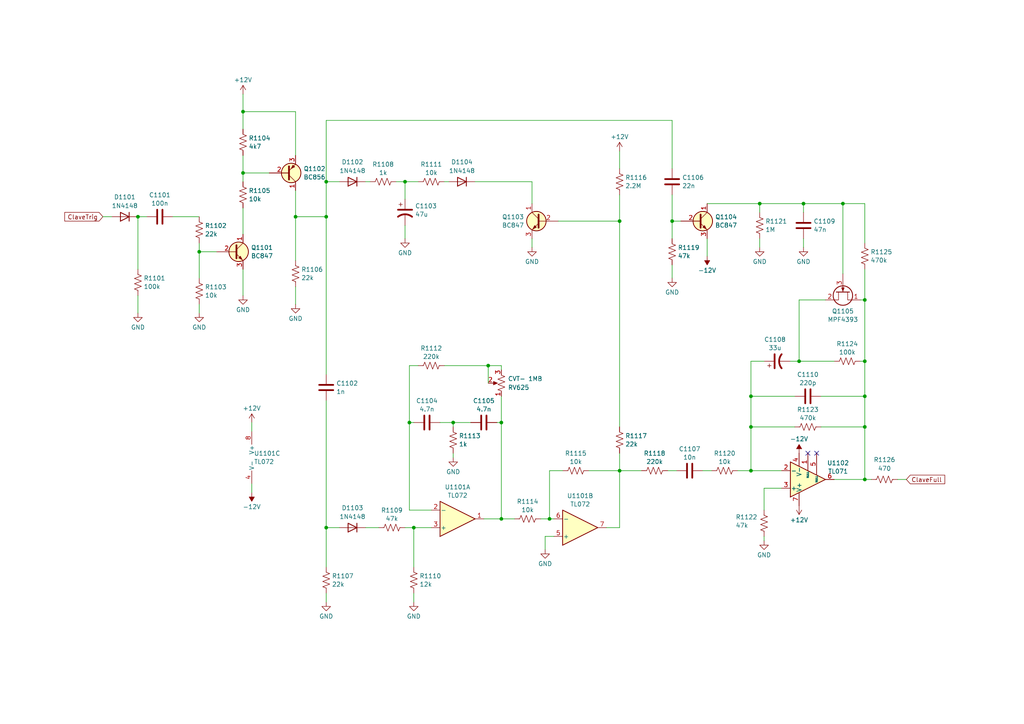
<source format=kicad_sch>
(kicad_sch (version 20230121) (generator eeschema)
  (paper "A4")
  (title_block (rev "1"))
  (lib_symbols
    (symbol "Amplifier_Operational:TL071" (pin_names (offset 0.127))
      (property "Reference" "U" (at 0 6.35 0))
      (property "Value" "TL071" (at 0 3.81 0))
      (symbol "TL071_0_1"
        (polyline (pts (xy -5.08 5.08) (xy 5.08 0) (xy -5.08 -5.08) (xy -5.08 5.08)) (stroke (width 0.254)) (fill (type background)))
      )
      (symbol "TL071_1_1"
        (pin input line (at 0 -7.62 90) (length 5.08) (name "NULL") (number "1"))
        (pin input line (at -7.62 -2.54 0) (length 2.54) (name "-") (number "2"))
        (pin input line (at -7.62 2.54 0) (length 2.54) (name "+") (number "3"))
        (pin power_in line (at -2.54 -7.62 90) (length 3.81) (name "V-") (number "4"))
        (pin input line (at 2.54 -7.62 90) (length 6.35) (name "NULL") (number "5"))
        (pin output line (at 7.62 0 180) (length 2.54) (name "~") (number "6"))
        (pin power_in line (at -2.54 7.62 270) (length 3.81) (name "V+") (number "7"))
        (pin no_connect line (at 0 2.54 270) (length 2.54) hide (name "NC") (number "8"))
      )
    )
    (symbol "Amplifier_Operational:TL072" (pin_names (offset 0.127))
      (property "Reference" "U" (at 0 5.08 0))
      (property "Value" "TL072" (at 0 -5.08 0))
      (symbol "TL072_1_1"
        (polyline (pts (xy -5.08 5.08) (xy 5.08 0) (xy -5.08 -5.08) (xy -5.08 5.08)) (stroke (width 0.254)) (fill (type background)))
        (pin output line (at 7.62 0 180) (length 2.54) (name "~") (number "1"))
        (pin input line (at -7.62 -2.54 0) (length 2.54) (name "-") (number "2"))
        (pin input line (at -7.62 2.54 0) (length 2.54) (name "+") (number "3"))
      )
      (symbol "TL072_2_1"
        (polyline (pts (xy -5.08 5.08) (xy 5.08 0) (xy -5.08 -5.08) (xy -5.08 5.08)) (stroke (width 0.254)) (fill (type background)))
        (pin input line (at -7.62 2.54 0) (length 2.54) (name "+") (number "5"))
        (pin input line (at -7.62 -2.54 0) (length 2.54) (name "-") (number "6"))
        (pin output line (at 7.62 0 180) (length 2.54) (name "~") (number "7"))
      )
      (symbol "TL072_3_1"
        (pin power_in line (at -2.54 -7.62 90) (length 3.81) (name "V-") (number "4"))
        (pin power_in line (at -2.54 7.62 270) (length 3.81) (name "V+") (number "8"))
      )
    )
    (symbol "Device:C" (pin_numbers hide) (pin_names (offset 0.254))
      (property "Reference" "C" (at 0.635 2.54 0))
      (property "Value" "C" (at 0.635 -2.54 0))
      (symbol "C_0_1"
        (polyline (pts (xy -2.032 -0.762) (xy 2.032 -0.762)) (stroke (width 0.508)))
        (polyline (pts (xy -2.032 0.762) (xy 2.032 0.762)) (stroke (width 0.508)))
      )
      (symbol "C_1_1"
        (pin passive line (at 0 3.81 270) (length 2.794) (name "~") (number "1"))
        (pin passive line (at 0 -3.81 90) (length 2.794) (name "~") (number "2"))
      )
    )
    (symbol "Device:C_Polarized_US" (pin_numbers hide) (pin_names (offset 0.254) hide)
      (property "Reference" "C" (at 0.635 2.54 0))
      (property "Value" "C_Polarized_US" (at 0.635 -2.54 0))
      (symbol "C_Polarized_US_0_1"
        (polyline (pts (xy -2.032 0.762) (xy 2.032 0.762)) (stroke (width 0.508)))
        (polyline (pts (xy -1.778 2.286) (xy -0.762 2.286)))
        (polyline (pts (xy -1.27 1.778) (xy -1.27 2.794)))
        (arc (start 2.032 -1.27) (mid 0 -0.5572) (end -2.032 -1.27) (stroke (width 0.508)))
      )
      (symbol "C_Polarized_US_1_1"
        (pin passive line (at 0 3.81 270) (length 2.794) (name "~") (number "1"))
        (pin passive line (at 0 -3.81 90) (length 3.302) (name "~") (number "2"))
      )
    )
    (symbol "Device:Q_NJFET_DSG" (pin_names (offset 0) hide)
      (property "Reference" "Q" (at 5.08 1.27 0))
      (property "Value" "Q_NJFET_DSG" (at 5.08 -1.27 0))
      (symbol "Q_NJFET_DSG_0_1"
        (polyline (pts (xy 0.254 1.905) (xy 0.254 -1.905) (xy 0.254 -1.905)) (stroke (width 0.254)))
        (polyline (pts (xy 2.54 -2.54) (xy 2.54 -1.27) (xy 0.254 -1.27)))
        (polyline (pts (xy 2.54 2.54) (xy 2.54 1.397) (xy 0.254 1.397)))
        (polyline (pts (xy 0 0) (xy -1.016 0.381) (xy -1.016 -0.381) (xy 0 0)) (fill (type outline)))
        (circle (center 1.27 0) (radius 2.8194) (stroke (width 0.254)))
      )
      (symbol "Q_NJFET_DSG_1_1"
        (pin passive line (at 2.54 5.08 270) (length 2.54) (name "D") (number "1"))
        (pin passive line (at 2.54 -5.08 90) (length 2.54) (name "S") (number "2"))
        (pin input line (at -5.08 0 0) (length 5.334) (name "G") (number "3"))
      )
    )
    (symbol "Device:R_Potentiometer_US" (pin_names (offset 1.016) hide)
      (property "Reference" "RV" (at -4.445 0 90))
      (property "Value" "R_Potentiometer_US" (at -2.54 0 90))
      (symbol "R_Potentiometer_US_0_1"
        (polyline (pts (xy 0 -2.286) (xy 0 -2.54)))
        (polyline (pts (xy 0 2.54) (xy 0 2.286)))
        (polyline (pts (xy 2.54 0) (xy 1.524 0)))
        (polyline (pts (xy 1.143 0) (xy 2.286 0.508) (xy 2.286 -0.508) (xy 1.143 0)) (fill (type outline)))
        (polyline (pts (xy 0 -0.762) (xy 1.016 -1.143) (xy 0 -1.524) (xy -1.016 -1.905) (xy 0 -2.286)))
        (polyline (pts (xy 0 0.762) (xy 1.016 0.381) (xy 0 0) (xy -1.016 -0.381) (xy 0 -0.762)))
        (polyline (pts (xy 0 2.286) (xy 1.016 1.905) (xy 0 1.524) (xy -1.016 1.143) (xy 0 0.762)))
      )
      (symbol "R_Potentiometer_US_1_1"
        (pin passive line (at 0 3.81 270) (length 1.27) (name "1") (number "1"))
        (pin passive line (at 3.81 0 180) (length 1.27) (name "2") (number "2"))
        (pin passive line (at 0 -3.81 90) (length 1.27) (name "3") (number "3"))
      )
    )
    (symbol "Device:R_US" (pin_numbers hide) (pin_names (offset 0))
      (property "Reference" "R" (at 2.54 0 90))
      (property "Value" "R_US" (at -2.54 0 90))
      (symbol "R_US_0_1"
        (polyline (pts (xy 0 -2.286) (xy 0 -2.54)))
        (polyline (pts (xy 0 2.286) (xy 0 2.54)))
        (polyline (pts (xy 0 -0.762) (xy 1.016 -1.143) (xy 0 -1.524) (xy -1.016 -1.905) (xy 0 -2.286)))
        (polyline (pts (xy 0 0.762) (xy 1.016 0.381) (xy 0 0) (xy -1.016 -0.381) (xy 0 -0.762)))
        (polyline (pts (xy 0 2.286) (xy 1.016 1.905) (xy 0 1.524) (xy -1.016 1.143) (xy 0 0.762)))
      )
      (symbol "R_US_1_1"
        (pin passive line (at 0 3.81 270) (length 1.27) (name "~") (number "1"))
        (pin passive line (at 0 -3.81 90) (length 1.27) (name "~") (number "2"))
      )
    )
    (symbol "Diode:1N4148" (pin_numbers hide) (pin_names hide)
      (property "Reference" "D" (at 0 2.54 0))
      (property "Value" "1N4148" (at 0 -2.54 0))
      (symbol "1N4148_0_1"
        (polyline (pts (xy -1.27 1.27) (xy -1.27 -1.27)) (stroke (width 0.254)))
        (polyline (pts (xy 1.27 0) (xy -1.27 0)))
        (polyline (pts (xy 1.27 1.27) (xy 1.27 -1.27) (xy -1.27 0) (xy 1.27 1.27)) (stroke (width 0.254)))
      )
      (symbol "1N4148_1_1"
        (pin passive line (at -3.81 0 0) (length 2.54) (name "K") (number "1"))
        (pin passive line (at 3.81 0 180) (length 2.54) (name "A") (number "2"))
      )
    )
    (symbol "PCM_4ms_Power-symbol:+12V" (power) (pin_names (offset 0))
      (property "Value" "+12V" (at 0 3.556 0))
      (symbol "+12V_0_1"
        (polyline (pts (xy -0.762 1.27) (xy 0 2.54)))
        (polyline (pts (xy 0 0) (xy 0 2.54)))
        (polyline (pts (xy 0 2.54) (xy 0.762 1.27)))
      )
      (symbol "+12V_1_1"
        (pin power_in line (at 0 0 90) (length 0) hide (name "+12V") (number "1"))
      )
    )
    (symbol "PCM_4ms_Power-symbol:GND" (power) (pin_names (offset 0))
      (property "Value" "GND" (at 0 -3.81 0))
      (symbol "GND_0_1"
        (polyline (pts (xy 0 0) (xy 0 -1.27) (xy 1.27 -1.27) (xy 0 -2.54) (xy -1.27 -1.27) (xy 0 -1.27)))
      )
      (symbol "GND_1_1"
        (pin power_in line (at 0 0 270) (length 0) hide (name "GND") (number "1"))
      )
    )
    (symbol "PCM_Transistor_BJT_AKL:BC547" (pin_names hide)
      (property "Reference" "Q" (at 5.08 1.27 0))
      (property "Value" "BC547" (at 5.08 -1.27 0))
      (symbol "BC547_0_1"
        (polyline (pts (xy 0.635 0.635) (xy 2.54 2.54)))
        (polyline (pts (xy 0.635 -0.635) (xy 2.54 -2.54) (xy 2.54 -2.54)))
        (polyline (pts (xy 0.635 1.905) (xy 0.635 -1.905) (xy 0.635 -1.905)) (stroke (width 0.508)))
        (polyline (pts (xy 1.27 -1.778) (xy 1.778 -1.27) (xy 2.286 -2.286) (xy 1.27 -1.778) (xy 1.27 -1.778)) (fill (type outline)))
        (circle (center 1.27 0) (radius 2.8194) (stroke (width 0.254)) (fill (type background)))
      )
      (symbol "BC547_1_1"
        (pin passive line (at 2.54 5.08 270) (length 2.54) (name "C") (number "1"))
        (pin input line (at -5.08 0 0) (length 5.715) (name "B") (number "2"))
        (pin passive line (at 2.54 -5.08 90) (length 2.54) (name "E") (number "3"))
      )
    )
    (symbol "PCM_Transistor_BJT_AKL:BC556" (pin_names hide)
      (property "Reference" "Q" (at 5.08 1.27 0))
      (property "Value" "BC556" (at 5.08 -1.27 0))
      (symbol "BC556_0_1"
        (polyline (pts (xy 0.635 -0.635) (xy 2.54 -2.54)))
        (polyline (pts (xy 0.635 -1.905) (xy 0.635 1.905) (xy 0.635 1.905)) (stroke (width 0.508)))
        (polyline (pts (xy 0.635 0.635) (xy 2.54 2.54) (xy 2.54 2.54)))
        (polyline (pts (xy 2.286 1.778) (xy 1.778 2.286) (xy 1.27 1.27) (xy 2.286 1.778) (xy 2.286 1.778)) (fill (type outline)))
        (circle (center 1.27 0) (radius 2.8194) (stroke (width 0.254)) (fill (type background)))
      )
      (symbol "BC556_1_1"
        (pin passive line (at 2.54 -5.08 90) (length 2.54) (name "C") (number "1"))
        (pin input line (at -5.08 0 0) (length 5.715) (name "B") (number "2"))
        (pin passive line (at 2.54 5.08 270) (length 2.54) (name "E") (number "3"))
      )
    )
    (symbol "power:-12V" (power) (pin_names (offset 0))
      (property "Value" "-12V" (at 0 3.81 0))
      (symbol "-12V_0_0"
        (pin power_in line (at 0 0 90) (length 0) hide (name "-12V") (number "1"))
      )
      (symbol "-12V_0_1"
        (polyline (pts (xy 0 0) (xy 0 1.27) (xy 0.762 1.27) (xy 0 2.54) (xy -0.762 1.27) (xy 0 1.27)) (fill (type outline)))
      )
    )
  )
  (junction (at 250.825 139.065))
  (junction (at 94.615 62.865))
  (junction (at 70.485 32.385))
  (junction (at 220.345 59.055))
  (junction (at 94.615 52.705))
  (junction (at 250.825 104.775))
  (junction (at 179.705 136.525))
  (junction (at 141.605 106.045))
  (junction (at 118.745 122.555))
  (junction (at 217.805 136.525))
  (junction (at 85.725 62.865))
  (junction (at 145.415 122.555))
  (junction (at 217.805 123.825))
  (junction (at 194.945 64.135))
  (junction (at 250.825 114.935))
  (junction (at 57.785 73.025))
  (junction (at 117.475 52.705))
  (junction (at 120.015 153.035))
  (junction (at 250.825 123.825))
  (junction (at 250.825 86.995))
  (junction (at 131.445 122.555))
  (junction (at 145.415 150.495))
  (junction (at 231.775 104.775))
  (junction (at 179.705 64.135))
  (junction (at 233.045 59.055))
  (junction (at 217.805 114.935))
  (junction (at 159.385 150.495))
  (junction (at 40.005 62.865))
  (junction (at 244.475 59.055))
  (junction (at 94.615 153.035))
  (junction (at 70.485 50.165))
  (no_connect (at 234.315 131.445))
  (no_connect (at 236.855 131.445))
  (wire (pts (xy 250.825 114.935) (xy 250.825 104.775)))
  (wire (pts (xy 40.005 85.725) (xy 40.005 90.805)))
  (wire (pts (xy 179.705 56.515) (xy 179.705 64.135)))
  (wire (pts (xy 70.485 27.305) (xy 70.485 32.385)))
  (wire (pts (xy 213.995 136.525) (xy 217.805 136.525)))
  (wire (pts (xy 260.35 139.065) (xy 262.89 139.065)))
  (wire (pts (xy 217.805 104.775) (xy 221.615 104.775)))
  (wire (pts (xy 117.475 153.035) (xy 120.015 153.035)))
  (wire (pts (xy 114.935 52.705) (xy 117.475 52.705)))
  (wire (pts (xy 145.415 150.495) (xy 140.335 150.495)))
  (wire (pts (xy 118.745 106.045) (xy 118.745 122.555)))
  (wire (pts (xy 94.615 62.865) (xy 85.725 62.865)))
  (wire (pts (xy 205.105 59.055) (xy 220.345 59.055)))
  (wire (pts (xy 94.615 116.205) (xy 94.615 153.035)))
  (wire (pts (xy 70.485 78.105) (xy 70.485 85.725)))
  (wire (pts (xy 154.305 69.215) (xy 154.305 71.755)))
  (wire (pts (xy 221.615 147.955) (xy 221.615 141.605)))
  (wire (pts (xy 141.605 106.045) (xy 141.605 111.125)))
  (wire (pts (xy 70.485 50.165) (xy 70.485 52.705)))
  (wire (pts (xy 244.475 59.055) (xy 244.475 79.375)))
  (wire (pts (xy 131.445 122.555) (xy 136.525 122.555)))
  (wire (pts (xy 217.805 114.935) (xy 230.505 114.935)))
  (wire (pts (xy 85.725 32.385) (xy 70.485 32.385)))
  (wire (pts (xy 217.805 123.825) (xy 217.805 136.525)))
  (wire (pts (xy 220.345 69.215) (xy 220.345 71.755)))
  (wire (pts (xy 57.785 73.025) (xy 57.785 80.645)))
  (wire (pts (xy 85.725 83.185) (xy 85.725 88.265)))
  (wire (pts (xy 73.025 122.555) (xy 73.025 125.095)))
  (wire (pts (xy 230.505 123.825) (xy 217.805 123.825)))
  (wire (pts (xy 128.905 52.705) (xy 130.175 52.705)))
  (wire (pts (xy 50.165 62.865) (xy 57.785 62.865)))
  (wire (pts (xy 179.705 64.135) (xy 179.705 123.825)))
  (wire (pts (xy 179.705 43.815) (xy 179.705 48.895)))
  (wire (pts (xy 250.825 123.825) (xy 250.825 114.935)))
  (wire (pts (xy 250.825 86.995) (xy 249.555 86.995)))
  (wire (pts (xy 127.635 122.555) (xy 131.445 122.555)))
  (wire (pts (xy 145.415 106.045) (xy 145.415 107.315)))
  (wire (pts (xy 128.905 106.045) (xy 141.605 106.045)))
  (wire (pts (xy 179.705 136.525) (xy 170.815 136.525)))
  (wire (pts (xy 217.805 114.935) (xy 217.805 123.825)))
  (wire (pts (xy 145.415 114.935) (xy 145.415 122.555)))
  (wire (pts (xy 117.475 65.405) (xy 117.475 69.215)))
  (wire (pts (xy 144.145 122.555) (xy 145.415 122.555)))
  (wire (pts (xy 159.385 136.525) (xy 163.195 136.525)))
  (wire (pts (xy 94.615 62.865) (xy 94.615 108.585)))
  (wire (pts (xy 158.115 155.575) (xy 160.655 155.575)))
  (wire (pts (xy 85.725 55.245) (xy 85.725 62.865)))
  (wire (pts (xy 57.785 88.265) (xy 57.785 90.805)))
  (wire (pts (xy 220.345 59.055) (xy 233.045 59.055)))
  (wire (pts (xy 231.775 104.775) (xy 241.935 104.775)))
  (wire (pts (xy 117.475 52.705) (xy 121.285 52.705)))
  (wire (pts (xy 158.115 159.385) (xy 158.115 155.575)))
  (wire (pts (xy 94.615 52.705) (xy 94.615 34.925)))
  (wire (pts (xy 141.605 106.045) (xy 145.415 106.045)))
  (wire (pts (xy 137.795 52.705) (xy 154.305 52.705)))
  (wire (pts (xy 120.015 153.035) (xy 125.095 153.035)))
  (wire (pts (xy 118.745 122.555) (xy 118.745 147.955)))
  (wire (pts (xy 154.305 52.705) (xy 154.305 59.055)))
  (wire (pts (xy 233.045 59.055) (xy 233.045 61.595)))
  (wire (pts (xy 221.615 141.605) (xy 226.695 141.605)))
  (wire (pts (xy 194.945 56.515) (xy 194.945 64.135)))
  (wire (pts (xy 233.045 59.055) (xy 244.475 59.055)))
  (wire (pts (xy 194.945 34.925) (xy 194.945 48.895)))
  (wire (pts (xy 179.705 136.525) (xy 186.055 136.525)))
  (wire (pts (xy 94.615 34.925) (xy 194.945 34.925)))
  (wire (pts (xy 217.805 114.935) (xy 217.805 104.775)))
  (wire (pts (xy 194.945 64.135) (xy 194.945 69.215)))
  (wire (pts (xy 94.615 153.035) (xy 98.425 153.035)))
  (wire (pts (xy 220.345 59.055) (xy 220.345 61.595)))
  (wire (pts (xy 238.125 123.825) (xy 250.825 123.825)))
  (wire (pts (xy 179.705 153.035) (xy 179.705 136.525)))
  (wire (pts (xy 145.415 122.555) (xy 145.415 150.495)))
  (wire (pts (xy 159.385 150.495) (xy 159.385 136.525)))
  (wire (pts (xy 117.475 52.705) (xy 117.475 57.785)))
  (wire (pts (xy 250.825 139.065) (xy 252.73 139.065)))
  (wire (pts (xy 98.425 52.705) (xy 94.615 52.705)))
  (wire (pts (xy 175.895 153.035) (xy 179.705 153.035)))
  (wire (pts (xy 85.725 62.865) (xy 85.725 75.565)))
  (wire (pts (xy 40.005 78.105) (xy 40.005 62.865)))
  (wire (pts (xy 238.125 114.935) (xy 250.825 114.935)))
  (wire (pts (xy 120.015 172.085) (xy 120.015 174.625)))
  (wire (pts (xy 131.445 122.555) (xy 131.445 123.825)))
  (wire (pts (xy 179.705 131.445) (xy 179.705 136.525)))
  (wire (pts (xy 106.045 52.705) (xy 107.315 52.705)))
  (wire (pts (xy 156.845 150.495) (xy 159.385 150.495)))
  (wire (pts (xy 194.945 76.835) (xy 194.945 80.645)))
  (wire (pts (xy 231.775 86.995) (xy 231.775 104.775)))
  (wire (pts (xy 106.045 153.035) (xy 109.855 153.035)))
  (wire (pts (xy 193.675 136.525) (xy 196.215 136.525)))
  (wire (pts (xy 161.925 64.135) (xy 179.705 64.135)))
  (wire (pts (xy 94.615 172.085) (xy 94.615 174.625)))
  (wire (pts (xy 70.485 45.085) (xy 70.485 50.165)))
  (wire (pts (xy 229.235 104.775) (xy 231.775 104.775)))
  (wire (pts (xy 85.725 45.085) (xy 85.725 32.385)))
  (wire (pts (xy 145.415 150.495) (xy 149.225 150.495)))
  (wire (pts (xy 40.005 62.865) (xy 42.545 62.865)))
  (wire (pts (xy 94.615 153.035) (xy 94.615 164.465)))
  (wire (pts (xy 57.785 70.485) (xy 57.785 73.025)))
  (wire (pts (xy 217.805 136.525) (xy 226.695 136.525)))
  (wire (pts (xy 131.445 131.445) (xy 131.445 132.715)))
  (wire (pts (xy 205.105 69.215) (xy 205.105 74.295)))
  (wire (pts (xy 118.745 122.555) (xy 120.015 122.555)))
  (wire (pts (xy 244.475 59.055) (xy 250.825 59.055)))
  (wire (pts (xy 118.745 106.045) (xy 121.285 106.045)))
  (wire (pts (xy 57.785 73.025) (xy 62.865 73.025)))
  (wire (pts (xy 70.485 32.385) (xy 70.485 37.465)))
  (wire (pts (xy 73.025 140.335) (xy 73.025 142.875)))
  (wire (pts (xy 250.825 78.105) (xy 250.825 86.995)))
  (wire (pts (xy 250.825 59.055) (xy 250.825 70.485)))
  (wire (pts (xy 120.015 153.035) (xy 120.015 164.465)))
  (wire (pts (xy 233.045 69.215) (xy 233.045 71.755)))
  (wire (pts (xy 159.385 150.495) (xy 160.655 150.495)))
  (wire (pts (xy 197.485 64.135) (xy 194.945 64.135)))
  (wire (pts (xy 241.935 139.065) (xy 250.825 139.065)))
  (wire (pts (xy 118.745 147.955) (xy 125.095 147.955)))
  (wire (pts (xy 203.835 136.525) (xy 206.375 136.525)))
  (wire (pts (xy 70.485 50.165) (xy 78.105 50.165)))
  (wire (pts (xy 221.615 155.575) (xy 221.615 156.845)))
  (wire (pts (xy 29.845 62.865) (xy 32.385 62.865)))
  (wire (pts (xy 250.825 104.775) (xy 250.825 86.995)))
  (wire (pts (xy 94.615 52.705) (xy 94.615 62.865)))
  (wire (pts (xy 239.395 86.995) (xy 231.775 86.995)))
  (wire (pts (xy 70.485 60.325) (xy 70.485 67.945)))
  (wire (pts (xy 250.825 139.065) (xy 250.825 123.825)))
  (wire (pts (xy 249.555 104.775) (xy 250.825 104.775)))
  (global_label "ClaveFull" (shape input) (at 262.89 139.065 0) (property "Intersheetrefs" "${INTERSHEET_REFS}" (effects hide)))
  (global_label "ClaveTrig" (shape input) (at 29.845 62.865 180) (property "Intersheetrefs" "${INTERSHEET_REFS}" (effects hide)))
  (symbol (lib_id "Device:R_US") (at 245.745 104.775 90) (unit 1)
    (property "Reference" "R1124" (at 245.745 99.7417 90))
    (property "Value" "100k" (at 245.745 102.1659 90))
    (property "Footprint" "PCM_Resistor_SMD_AKL:R_0805_2012Metric" (effects hide))
    (instances (project "ESP808_mk3" (path "" (reference "R1124") (unit 1))) (project "ESP808" (path "" (reference "R522") (unit 1))) (project "Clave" (path "" (reference "R522") (unit 1))))
  )
  (symbol (lib_id "Diode:1N4148") (at 133.985 52.705 180) (unit 1)
    (property "Reference" "D1104" (at 133.985 46.99 0))
    (property "Value" "1N4148" (at 133.985 49.53 0))
    (property "Footprint" "Diode_SMD:D_SOD-123" (effects hide))
    (property "Datasheet" "https://assets.nexperia.com/documents/data-sheet/1N4148_1N4448.pdf" (effects hide))
    (property "Sim.Device" "D" (effects hide))
    (property "Sim.Pins" "1=K 2=A" (effects hide))
    (instances (project "ESP808_mk3" (path "" (reference "D1104") (unit 1))) (project "ESP808" (path "" (reference "D504") (unit 1))) (project "Clave" (path "" (reference "D504") (unit 1))))
  )
  (symbol (lib_id "Device:R_US") (at 113.665 153.035 270) (unit 1)
    (property "Reference" "R1109" (at 113.665 148.0017 90))
    (property "Value" "47k" (at 113.665 150.4259 90))
    (property "Footprint" "PCM_Resistor_SMD_AKL:R_0805_2012Metric" (effects hide))
    (instances (project "ESP808_mk3" (path "" (reference "R1109") (unit 1))) (project "ESP808" (path "" (reference "R511") (unit 1))) (project "Clave" (path "" (reference "R511") (unit 1))))
  )
  (symbol (lib_id "Device:C") (at 234.315 114.935 90) (unit 1)
    (property "Reference" "C1110" (at 234.315 108.6317 90))
    (property "Value" "220p" (at 234.315 111.0559 90))
    (property "Footprint" "Capacitor_SMD:C_0805_2012Metric" (effects hide))
    (instances (project "ESP808_mk3" (path "" (reference "C1110") (unit 1))) (project "ESP808" (path "" (reference "C508") (unit 1))) (project "Clave" (path "" (reference "C508") (unit 1))))
  )
  (symbol (lib_id "Device:R_US") (at 70.485 41.275 0) (unit 1)
    (property "Reference" "R1104" (at 72.136 40.0629 0) (effects (justify left)))
    (property "Value" "4k7" (at 72.136 42.4871 0) (effects (justify left)))
    (property "Footprint" "PCM_Resistor_SMD_AKL:R_0805_2012Metric" (effects hide))
    (instances (project "ESP808_mk3" (path "" (reference "R1104") (unit 1))) (project "ESP808" (path "" (reference "R505") (unit 1))) (project "Clave" (path "" (reference "R505") (unit 1))))
  )
  (symbol (lib_id "Device:R_US") (at 179.705 127.635 180) (unit 1)
    (property "Reference" "R1117" (at 181.356 126.4229 0) (effects (justify right)))
    (property "Value" "22k" (at 181.356 128.8471 0) (effects (justify right)))
    (property "Footprint" "PCM_Resistor_SMD_AKL:R_0805_2012Metric" (effects hide))
    (instances (project "ESP808_mk3" (path "" (reference "R1117") (unit 1))) (project "ESP808" (path "" (reference "R516") (unit 1))) (project "Clave" (path "" (reference "R516") (unit 1))))
  )
  (symbol (lib_id "PCM_4ms_Power-symbol:GND") (at 120.015 174.625 0) (unit 1)
    (property "Reference" "#PWR01110" (effects hide))
    (property "Value" "GND" (at 120.015 178.7581 0))
    (instances (project "ESP808_mk3" (path "" (reference "#PWR01110") (unit 1))) (project "ESP808" (path "" (reference "#PWR0508") (unit 1))) (project "Clave" (path "" (reference "#PWR0508") (unit 1))))
  )
  (symbol (lib_id "Device:R_US") (at 153.035 150.495 90) (unit 1)
    (property "Reference" "R1114" (at 153.035 145.4617 90))
    (property "Value" "10k" (at 153.035 147.8859 90))
    (property "Footprint" "PCM_Resistor_SMD_AKL:R_0805_2012Metric" (effects hide))
    (instances (project "ESP808_mk3" (path "" (reference "R1114") (unit 1))) (project "ESP808" (path "" (reference "R512") (unit 1))) (project "Clave" (path "" (reference "R512") (unit 1))))
  )
  (symbol (lib_id "Amplifier_Operational:TL072") (at 70.485 132.715 0) (mirror y) (unit 3)
    (property "Reference" "U1101" (at 73.66 131.5029 0) (effects (justify right)))
    (property "Value" "TL072" (at 73.66 133.9271 0) (effects (justify right)))
    (property "Footprint" "PCM_Package_SO_AKL:SOIC-8_3.9x4.9mm_P1.27mm" (effects hide))
    (property "Datasheet" "http://www.ti.com/lit/ds/symlink/tl071.pdf" (effects hide))
    (instances (project "ESP808_mk3" (path "" (reference "U1101") (unit 3))) (project "ESP808" (path "" (reference "U501") (unit 3))) (project "Clave" (path "" (reference "U501") (unit 3))))
  )
  (symbol (lib_id "PCM_4ms_Power-symbol:GND") (at 131.445 132.715 0) (unit 1)
    (property "Reference" "#PWR01111" (effects hide))
    (property "Value" "GND" (at 131.445 136.8481 0))
    (instances (project "ESP808_mk3" (path "" (reference "#PWR01111") (unit 1))) (project "ESP808" (path "" (reference "#PWR0506") (unit 1))) (project "Clave" (path "" (reference "#PWR0506") (unit 1))))
  )
  (symbol (lib_id "Device:R_US") (at 167.005 136.525 90) (unit 1)
    (property "Reference" "R1115" (at 167.005 131.4917 90))
    (property "Value" "10k" (at 167.005 133.9159 90))
    (property "Footprint" "PCM_Resistor_SMD_AKL:R_0805_2012Metric" (effects hide))
    (instances (project "ESP808_mk3" (path "" (reference "R1115") (unit 1))) (project "ESP808" (path "" (reference "R513") (unit 1))) (project "Clave" (path "" (reference "R513") (unit 1))))
  )
  (symbol (lib_id "Amplifier_Operational:TL071") (at 234.315 139.065 0) (mirror x) (unit 1)
    (property "Reference" "U1102" (at 243.0803 134.2856 0))
    (property "Value" "TL071" (at 243.0803 136.7098 0))
    (property "Footprint" "PCM_Package_SO_AKL:SOIC-8_3.9x4.9mm_P1.27mm" (effects hide))
    (property "Datasheet" "http://www.ti.com/lit/ds/symlink/tl071.pdf" (effects hide))
    (instances (project "ESP808_mk3" (path "" (reference "U1102") (unit 1))) (project "ESP808" (path "" (reference "U502") (unit 1))) (project "Clave" (path "" (reference "U502") (unit 1))))
  )
  (symbol (lib_id "Amplifier_Operational:TL072") (at 168.275 153.035 0) (mirror x) (unit 2)
    (property "Reference" "U1101" (at 168.275 143.8107 0))
    (property "Value" "TL072" (at 168.275 146.2349 0))
    (property "Footprint" "PCM_Package_SO_AKL:SOIC-8_3.9x4.9mm_P1.27mm" (effects hide))
    (property "Datasheet" "http://www.ti.com/lit/ds/symlink/tl071.pdf" (effects hide))
    (instances (project "ESP808_mk3" (path "" (reference "U1101") (unit 2))) (project "ESP808" (path "" (reference "U501") (unit 2))) (project "Clave" (path "" (reference "U501") (unit 2))))
  )
  (symbol (lib_id "PCM_4ms_Power-symbol:GND") (at 221.615 156.845 0) (unit 1)
    (property "Reference" "#PWR01118" (effects hide))
    (property "Value" "GND" (at 221.615 160.9781 0))
    (instances (project "ESP808_mk3" (path "" (reference "#PWR01118") (unit 1))) (project "ESP808" (path "" (reference "#PWR0521") (unit 1))) (project "Clave" (path "" (reference "#PWR0521") (unit 1))))
  )
  (symbol (lib_id "Device:R_US") (at 125.095 52.705 90) (unit 1)
    (property "Reference" "R1111" (at 125.095 47.6717 90))
    (property "Value" "10k" (at 125.095 50.0959 90))
    (property "Footprint" "PCM_Resistor_SMD_AKL:R_0805_2012Metric" (effects hide))
    (instances (project "ESP808_mk3" (path "" (reference "R1111") (unit 1))) (project "ESP808" (path "" (reference "R515") (unit 1))) (project "Clave" (path "" (reference "R515") (unit 1))))
  )
  (symbol (lib_id "Device:R_US") (at 189.865 136.525 90) (unit 1)
    (property "Reference" "R1118" (at 189.865 131.4917 90))
    (property "Value" "220k" (at 189.865 133.9159 90))
    (property "Footprint" "PCM_Resistor_SMD_AKL:R_0805_2012Metric" (effects hide))
    (instances (project "ESP808_mk3" (path "" (reference "R1118") (unit 1))) (project "ESP808" (path "" (reference "R519") (unit 1))) (project "Clave" (path "" (reference "R519") (unit 1))))
  )
  (symbol (lib_id "Device:C") (at 194.945 52.705 0) (unit 1)
    (property "Reference" "C1106" (at 197.866 51.4929 0) (effects (justify left)))
    (property "Value" "22n" (at 197.866 53.9171 0) (effects (justify left)))
    (property "Footprint" "Capacitor_SMD:C_0805_2012Metric" (effects hide))
    (instances (project "ESP808_mk3" (path "" (reference "C1106") (unit 1))) (project "ESP808" (path "" (reference "C506") (unit 1))) (project "Clave" (path "" (reference "C506") (unit 1))))
  )
  (symbol (lib_id "Diode:1N4148") (at 36.195 62.865 180) (unit 1)
    (property "Reference" "D1101" (at 36.195 57.15 0))
    (property "Value" "1N4148" (at 36.195 59.69 0))
    (property "Footprint" "Diode_SMD:D_SOD-123" (effects hide))
    (property "Datasheet" "https://assets.nexperia.com/documents/data-sheet/1N4148_1N4448.pdf" (effects hide))
    (property "Sim.Device" "D" (effects hide))
    (property "Sim.Pins" "1=K 2=A" (effects hide))
    (instances (project "ESP808_mk3" (path "" (reference "D1101") (unit 1))) (project "ESP808" (path "" (reference "D501") (unit 1))) (project "Clave" (path "" (reference "D501") (unit 1))))
  )
  (symbol (lib_id "power:-12V") (at 205.105 74.295 180) (unit 1)
    (property "Reference" "#PWR01116" (effects hide))
    (property "Value" "-12V" (at 205.105 78.4281 0))
    (instances (project "ESP808_mk3" (path "" (reference "#PWR01116") (unit 1))) (project "ESP808" (path "" (reference "#PWR0515") (unit 1))) (project "Clave" (path "" (reference "#PWR0515") (unit 1))))
  )
  (symbol (lib_id "Device:R_US") (at 131.445 127.635 0) (unit 1)
    (property "Reference" "R1113" (at 133.096 126.4229 0) (effects (justify left)))
    (property "Value" "1k" (at 133.096 128.8471 0) (effects (justify left)))
    (property "Footprint" "PCM_Resistor_SMD_AKL:R_0805_2012Metric" (effects hide))
    (instances (project "ESP808_mk3" (path "" (reference "R1113") (unit 1))) (project "ESP808" (path "" (reference "R507") (unit 1))) (project "Clave" (path "" (reference "R507") (unit 1))))
  )
  (symbol (lib_id "power:-12V") (at 73.025 142.875 180) (unit 1)
    (property "Reference" "#PWR01106" (effects hide))
    (property "Value" "-12V" (at 73.025 147.0081 0))
    (instances (project "ESP808_mk3" (path "" (reference "#PWR01106") (unit 1))) (project "ESP808" (path "" (reference "#PWR0510") (unit 1))) (project "Clave" (path "" (reference "#PWR0510") (unit 1))))
  )
  (symbol (lib_id "Device:C") (at 46.355 62.865 90) (unit 1)
    (property "Reference" "C1101" (at 46.355 56.5617 90))
    (property "Value" "100n" (at 46.355 58.9859 90))
    (property "Footprint" "Capacitor_SMD:C_0805_2012Metric" (effects hide))
    (instances (project "ESP808_mk3" (path "" (reference "C1101") (unit 1))) (project "ESP808" (path "" (reference "C501") (unit 1))) (project "Clave" (path "" (reference "C501") (unit 1))))
  )
  (symbol (lib_id "PCM_4ms_Power-symbol:GND") (at 85.725 88.265 0) (unit 1)
    (property "Reference" "#PWR01107" (effects hide))
    (property "Value" "GND" (at 85.725 92.3981 0))
    (instances (project "ESP808_mk3" (path "" (reference "#PWR01107") (unit 1))) (project "ESP808" (path "" (reference "#PWR0503") (unit 1))) (project "Clave" (path "" (reference "#PWR0503") (unit 1))))
  )
  (symbol (lib_id "Diode:1N4148") (at 102.235 52.705 180) (unit 1)
    (property "Reference" "D1102" (at 102.235 46.99 0))
    (property "Value" "1N4148" (at 102.235 49.53 0))
    (property "Footprint" "Diode_SMD:D_SOD-123" (effects hide))
    (property "Datasheet" "https://assets.nexperia.com/documents/data-sheet/1N4148_1N4448.pdf" (effects hide))
    (property "Sim.Device" "D" (effects hide))
    (property "Sim.Pins" "1=K 2=A" (effects hide))
    (instances (project "ESP808_mk3" (path "" (reference "D1102") (unit 1))) (project "ESP808" (path "" (reference "D503") (unit 1))) (project "Clave" (path "" (reference "D503") (unit 1))))
  )
  (symbol (lib_id "Device:R_US") (at 57.785 66.675 0) (unit 1)
    (property "Reference" "R1102" (at 59.436 65.4629 0) (effects (justify left)))
    (property "Value" "22k" (at 59.436 67.8871 0) (effects (justify left)))
    (property "Footprint" "PCM_Resistor_SMD_AKL:R_0805_2012Metric" (effects hide))
    (instances (project "ESP808_mk3" (path "" (reference "R1102") (unit 1))) (project "ESP808" (path "" (reference "R503") (unit 1))) (project "Clave" (path "" (reference "R503") (unit 1))))
  )
  (symbol (lib_id "PCM_4ms_Power-symbol:GND") (at 40.005 90.805 0) (unit 1)
    (property "Reference" "#PWR01101" (effects hide))
    (property "Value" "GND" (at 40.005 94.9381 0))
    (instances (project "ESP808_mk3" (path "" (reference "#PWR01101") (unit 1))) (project "ESP808" (path "" (reference "#PWR0505") (unit 1))) (project "Clave" (path "" (reference "#PWR0505") (unit 1))))
  )
  (symbol (lib_id "Device:R_US") (at 220.345 65.405 0) (unit 1)
    (property "Reference" "R1121" (at 221.996 64.1929 0) (effects (justify left)))
    (property "Value" "1M" (at 221.996 66.6171 0) (effects (justify left)))
    (property "Footprint" "PCM_Resistor_SMD_AKL:R_0805_2012Metric" (effects hide))
    (instances (project "ESP808_mk3" (path "" (reference "R1121") (unit 1))) (project "ESP808" (path "" (reference "R524") (unit 1))) (project "Clave" (path "" (reference "R524") (unit 1))))
  )
  (symbol (lib_id "Diode:1N4148") (at 102.235 153.035 180) (unit 1)
    (property "Reference" "D1103" (at 102.235 147.32 0))
    (property "Value" "1N4148" (at 102.235 149.86 0))
    (property "Footprint" "Diode_SMD:D_SOD-123" (effects hide))
    (property "Datasheet" "https://assets.nexperia.com/documents/data-sheet/1N4148_1N4448.pdf" (effects hide))
    (property "Sim.Device" "D" (effects hide))
    (property "Sim.Pins" "1=K 2=A" (effects hide))
    (instances (project "ESP808_mk3" (path "" (reference "D1103") (unit 1))) (project "ESP808" (path "" (reference "D502") (unit 1))) (project "Clave" (path "" (reference "D502") (unit 1))))
  )
  (symbol (lib_id "Device:C") (at 123.825 122.555 90) (unit 1)
    (property "Reference" "C1104" (at 123.825 116.2517 90))
    (property "Value" "4.7n" (at 123.825 118.6759 90))
    (property "Footprint" "Capacitor_SMD:C_0805_2012Metric" (effects hide))
    (instances (project "ESP808_mk3" (path "" (reference "C1104") (unit 1))) (project "ESP808" (path "" (reference "C502") (unit 1))) (project "Clave" (path "" (reference "C502") (unit 1))))
  )
  (symbol (lib_id "PCM_Transistor_BJT_AKL:BC547") (at 202.565 64.135 0) (unit 1)
    (property "Reference" "Q1104" (at 207.4164 62.9229 0) (effects (justify left)))
    (property "Value" "BC847" (at 207.4164 65.3471 0) (effects (justify left)))
    (property "Footprint" "PCM_4ms_Package_SOT:SOT-23" (effects hide))
    (property "Datasheet" "https://www.tme.eu/Document/6c5d898a533a0762c2bc33eb26c283a8/BC546-550-DTE.pdf" (effects hide))
    (instances (project "ESP808_mk3" (path "" (reference "Q1104") (unit 1))) (project "ESP808" (path "" (reference "Q504") (unit 1))) (project "Clave" (path "" (reference "Q504") (unit 1))))
  )
  (symbol (lib_id "Device:R_US") (at 57.785 84.455 0) (unit 1)
    (property "Reference" "R1103" (at 59.436 83.2429 0) (effects (justify left)))
    (property "Value" "10k" (at 59.436 85.6671 0) (effects (justify left)))
    (property "Footprint" "PCM_Resistor_SMD_AKL:R_0805_2012Metric" (effects hide))
    (instances (project "ESP808_mk3" (path "" (reference "R1103") (unit 1))) (project "ESP808" (path "" (reference "R502") (unit 1))) (project "Clave" (path "" (reference "R502") (unit 1))))
  )
  (symbol (lib_id "PCM_4ms_Power-symbol:GND") (at 220.345 71.755 0) (unit 1)
    (property "Reference" "#PWR01117" (effects hide))
    (property "Value" "GND" (at 220.345 75.8881 0))
    (instances (project "ESP808_mk3" (path "" (reference "#PWR01117") (unit 1))) (project "ESP808" (path "" (reference "#PWR0520") (unit 1))) (project "Clave" (path "" (reference "#PWR0520") (unit 1))))
  )
  (symbol (lib_id "PCM_Transistor_BJT_AKL:BC556") (at 83.185 50.165 0) (unit 1)
    (property "Reference" "Q1102" (at 88.0364 48.9529 0) (effects (justify left)))
    (property "Value" "BC856" (at 88.0364 51.3771 0) (effects (justify left)))
    (property "Footprint" "PCM_4ms_Package_SOT:SOT-23" (effects hide))
    (property "Datasheet" "https://www.tme.eu/Document/19c3b49670dc51eab7374dcc2c4f9200/BC556-BC560.pdf" (effects hide))
    (instances (project "ESP808_mk3" (path "" (reference "Q1102") (unit 1))) (project "ESP808" (path "" (reference "Q502") (unit 1))) (project "Clave" (path "" (reference "Q502") (unit 1))))
  )
  (symbol (lib_id "Device:R_US") (at 111.125 52.705 90) (unit 1)
    (property "Reference" "R1108" (at 111.125 47.6717 90))
    (property "Value" "1k" (at 111.125 50.0959 90))
    (property "Footprint" "PCM_Resistor_SMD_AKL:R_0805_2012Metric" (effects hide))
    (instances (project "ESP808_mk3" (path "" (reference "R1108") (unit 1))) (project "ESP808" (path "" (reference "R514") (unit 1))) (project "Clave" (path "" (reference "R514") (unit 1))))
  )
  (symbol (lib_id "PCM_4ms_Power-symbol:GND") (at 154.305 71.755 0) (unit 1)
    (property "Reference" "#PWR01112" (effects hide))
    (property "Value" "GND" (at 154.305 75.8881 0))
    (instances (project "ESP808_mk3" (path "" (reference "#PWR01112") (unit 1))) (project "ESP808" (path "" (reference "#PWR0513") (unit 1))) (project "Clave" (path "" (reference "#PWR0513") (unit 1))))
  )
  (symbol (lib_id "Device:R_US") (at 179.705 52.705 180) (unit 1)
    (property "Reference" "R1116" (at 181.356 51.4929 0) (effects (justify right)))
    (property "Value" "2.2M" (at 181.356 53.9171 0) (effects (justify right)))
    (property "Footprint" "PCM_Resistor_SMD_AKL:R_0805_2012Metric" (effects hide))
    (instances (project "ESP808_mk3" (path "" (reference "R1116") (unit 1))) (project "ESP808" (path "" (reference "R517") (unit 1))) (project "Clave" (path "" (reference "R517") (unit 1))))
  )
  (symbol (lib_id "Device:R_US") (at 250.825 74.295 0) (unit 1)
    (property "Reference" "R1125" (at 252.476 73.0829 0) (effects (justify left)))
    (property "Value" "470k" (at 252.476 75.5071 0) (effects (justify left)))
    (property "Footprint" "PCM_Resistor_SMD_AKL:R_0805_2012Metric" (effects hide))
    (instances (project "ESP808_mk3" (path "" (reference "R1125") (unit 1))) (project "ESP808" (path "" (reference "R523") (unit 1))) (project "Clave" (path "" (reference "R523") (unit 1))))
  )
  (symbol (lib_id "Amplifier_Operational:TL072") (at 132.715 150.495 0) (mirror x) (unit 1)
    (property "Reference" "U1101" (at 132.715 141.2707 0))
    (property "Value" "TL072" (at 132.715 143.6949 0))
    (property "Footprint" "PCM_Package_SO_AKL:SOIC-8_3.9x4.9mm_P1.27mm" (effects hide))
    (property "Datasheet" "http://www.ti.com/lit/ds/symlink/tl071.pdf" (effects hide))
    (instances (project "ESP808_mk3" (path "" (reference "U1101") (unit 1))) (project "ESP808" (path "" (reference "U501") (unit 1))) (project "Clave" (path "" (reference "U501") (unit 1))))
  )
  (symbol (lib_id "Device:R_US") (at 94.615 168.275 180) (unit 1)
    (property "Reference" "R1107" (at 96.266 167.0629 0) (effects (justify right)))
    (property "Value" "22k" (at 96.266 169.4871 0) (effects (justify right)))
    (property "Footprint" "PCM_Resistor_SMD_AKL:R_0805_2012Metric" (effects hide))
    (instances (project "ESP808_mk3" (path "" (reference "R1107") (unit 1))) (project "ESP808" (path "" (reference "R509") (unit 1))) (project "Clave" (path "" (reference "R509") (unit 1))))
  )
  (symbol (lib_id "Device:C") (at 94.615 112.395 0) (unit 1)
    (property "Reference" "C1102" (at 97.536 111.1829 0) (effects (justify left)))
    (property "Value" "1n" (at 97.536 113.6071 0) (effects (justify left)))
    (property "Footprint" "Capacitor_SMD:C_0805_2012Metric" (effects hide))
    (instances (project "ESP808_mk3" (path "" (reference "C1102") (unit 1))) (project "ESP808" (path "" (reference "C504") (unit 1))) (project "Clave" (path "" (reference "C504") (unit 1))))
  )
  (symbol (lib_id "PCM_4ms_Power-symbol:GND") (at 194.945 80.645 0) (unit 1)
    (property "Reference" "#PWR01115" (effects hide))
    (property "Value" "GND" (at 194.945 84.7781 0))
    (instances (project "ESP808_mk3" (path "" (reference "#PWR01115") (unit 1))) (project "ESP808" (path "" (reference "#PWR0516") (unit 1))) (project "Clave" (path "" (reference "#PWR0516") (unit 1))))
  )
  (symbol (lib_id "Device:C_Polarized_US") (at 117.475 61.595 0) (unit 1)
    (property "Reference" "C1103" (at 120.396 59.7479 0) (effects (justify left)))
    (property "Value" "47u" (at 120.396 62.1721 0) (effects (justify left)))
    (property "Footprint" "Capacitor_THT:CP_Radial_D5.0mm_P2.00mm" (effects hide))
    (instances (project "ESP808_mk3" (path "" (reference "C1103") (unit 1))) (project "ESP808" (path "" (reference "C505") (unit 1))) (project "Clave" (path "" (reference "C505") (unit 1))))
  )
  (symbol (lib_id "PCM_4ms_Power-symbol:GND") (at 57.785 90.805 0) (unit 1)
    (property "Reference" "#PWR01102" (effects hide))
    (property "Value" "GND" (at 57.785 94.9381 0))
    (instances (project "ESP808_mk3" (path "" (reference "#PWR01102") (unit 1))) (project "ESP808" (path "" (reference "#PWR0502") (unit 1))) (project "Clave" (path "" (reference "#PWR0502") (unit 1))))
  )
  (symbol (lib_id "PCM_4ms_Power-symbol:+12V") (at 70.485 27.305 0) (unit 1)
    (property "Reference" "#PWR01103" (effects hide))
    (property "Value" "+12V" (at 70.485 23.1719 0))
    (instances (project "ESP808_mk3" (path "" (reference "#PWR01103") (unit 1))) (project "ESP808" (path "" (reference "#PWR0504") (unit 1))) (project "Clave" (path "" (reference "#PWR0504") (unit 1))))
  )
  (symbol (lib_id "Device:R_US") (at 256.54 139.065 90) (unit 1)
    (property "Reference" "R1126" (at 256.54 133.35 90))
    (property "Value" "470" (at 256.54 135.89 90))
    (property "Footprint" "PCM_Resistor_SMD_AKL:R_0805_2012Metric" (effects hide))
    (instances (project "ESP808_mk3" (path "" (reference "R1126") (unit 1))) (project "ESP808" (path "" (reference "R521") (unit 1))) (project "Clave" (path "" (reference "R521") (unit 1))))
  )
  (symbol (lib_id "power:-12V") (at 231.775 131.445 0) (unit 1)
    (property "Reference" "#PWR01119" (effects hide))
    (property "Value" "-12V" (at 231.775 127.3119 0))
    (instances (project "ESP808_mk3" (path "" (reference "#PWR01119") (unit 1))) (project "ESP808" (path "" (reference "#PWR0517") (unit 1))) (project "Clave" (path "" (reference "#PWR0517") (unit 1))))
  )
  (symbol (lib_id "Device:C") (at 200.025 136.525 90) (unit 1)
    (property "Reference" "C1107" (at 200.025 130.2217 90))
    (property "Value" "10n" (at 200.025 132.6459 90))
    (property "Footprint" "Capacitor_SMD:C_0805_2012Metric" (effects hide))
    (instances (project "ESP808_mk3" (path "" (reference "C1107") (unit 1))) (project "ESP808" (path "" (reference "C507") (unit 1))) (project "Clave" (path "" (reference "C507") (unit 1))))
  )
  (symbol (lib_id "PCM_4ms_Power-symbol:+12V") (at 73.025 122.555 0) (unit 1)
    (property "Reference" "#PWR01105" (effects hide))
    (property "Value" "+12V" (at 73.025 118.4219 0))
    (instances (project "ESP808_mk3" (path "" (reference "#PWR01105") (unit 1))) (project "ESP808" (path "" (reference "#PWR0509") (unit 1))) (project "Clave" (path "" (reference "#PWR0509") (unit 1))))
  )
  (symbol (lib_id "Device:C_Polarized_US") (at 225.425 104.775 90) (unit 1)
    (property "Reference" "C1108" (at 224.79 98.4717 90))
    (property "Value" "33u" (at 224.79 100.8959 90))
    (property "Footprint" "Capacitor_THT:CP_Radial_D5.0mm_P2.00mm" (effects hide))
    (instances (project "ESP808_mk3" (path "" (reference "C1108") (unit 1))) (project "ESP808" (path "" (reference "C509") (unit 1))) (project "Clave" (path "" (reference "C509") (unit 1))))
  )
  (symbol (lib_id "Device:R_US") (at 85.725 79.375 0) (unit 1)
    (property "Reference" "R1106" (at 87.376 78.1629 0) (effects (justify left)))
    (property "Value" "22k" (at 87.376 80.5871 0) (effects (justify left)))
    (property "Footprint" "PCM_Resistor_SMD_AKL:R_0805_2012Metric" (effects hide))
    (instances (project "ESP808_mk3" (path "" (reference "R1106") (unit 1))) (project "ESP808" (path "" (reference "R506") (unit 1))) (project "Clave" (path "" (reference "R506") (unit 1))))
  )
  (symbol (lib_id "Device:Q_NJFET_DSG") (at 244.475 84.455 270) (unit 1)
    (property "Reference" "Q1105" (at 244.475 90.2645 90))
    (property "Value" "MPF4393" (at 244.475 92.6887 90))
    (property "Footprint" "Package_TO_SOT_THT:TO-92L" (effects hide))
    (instances (project "ESP808_mk3" (path "" (reference "Q1105") (unit 1))) (project "ESP808" (path "" (reference "Q505") (unit 1))) (project "Clave" (path "" (reference "Q505") (unit 1))))
  )
  (symbol (lib_id "Device:R_US") (at 40.005 81.915 0) (unit 1)
    (property "Reference" "R1101" (at 41.656 80.7029 0) (effects (justify left)))
    (property "Value" "100k" (at 41.656 83.1271 0) (effects (justify left)))
    (property "Footprint" "PCM_Resistor_SMD_AKL:R_0805_2012Metric" (effects hide))
    (instances (project "ESP808_mk3" (path "" (reference "R1101") (unit 1))) (project "ESP808" (path "" (reference "R501") (unit 1))) (project "Clave" (path "" (reference "R501") (unit 1))))
  )
  (symbol (lib_id "PCM_4ms_Power-symbol:GND") (at 70.485 85.725 0) (unit 1)
    (property "Reference" "#PWR01104" (effects hide))
    (property "Value" "GND" (at 70.485 89.8581 0))
    (instances (project "ESP808_mk3" (path "" (reference "#PWR01104") (unit 1))) (project "ESP808" (path "" (reference "#PWR0501") (unit 1))) (project "Clave" (path "" (reference "#PWR0501") (unit 1))))
  )
  (symbol (lib_id "PCM_4ms_Power-symbol:+12V") (at 179.705 43.815 0) (unit 1)
    (property "Reference" "#PWR01114" (effects hide))
    (property "Value" "+12V" (at 179.705 39.6819 0))
    (instances (project "ESP808_mk3" (path "" (reference "#PWR01114") (unit 1))) (project "ESP808" (path "" (reference "#PWR0514") (unit 1))) (project "Clave" (path "" (reference "#PWR0514") (unit 1))))
  )
  (symbol (lib_id "PCM_4ms_Power-symbol:+12V") (at 231.775 146.685 180) (unit 1)
    (property "Reference" "#PWR01120" (effects hide))
    (property "Value" "+12V" (at 231.775 150.8181 0))
    (instances (project "ESP808_mk3" (path "" (reference "#PWR01120") (unit 1))) (project "ESP808" (path "" (reference "#PWR0518") (unit 1))) (project "Clave" (path "" (reference "#PWR0518") (unit 1))))
  )
  (symbol (lib_id "PCM_4ms_Power-symbol:GND") (at 158.115 159.385 0) (unit 1)
    (property "Reference" "#PWR01113" (effects hide))
    (property "Value" "GND" (at 158.115 163.5181 0))
    (instances (project "ESP808_mk3" (path "" (reference "#PWR01113") (unit 1))) (project "ESP808" (path "" (reference "#PWR0511") (unit 1))) (project "Clave" (path "" (reference "#PWR0511") (unit 1))))
  )
  (symbol (lib_id "Device:R_US") (at 125.095 106.045 90) (unit 1)
    (property "Reference" "R1112" (at 125.095 101.0117 90))
    (property "Value" "220k" (at 125.095 103.4359 90))
    (property "Footprint" "PCM_Resistor_SMD_AKL:R_0805_2012Metric" (effects hide))
    (instances (project "ESP808_mk3" (path "" (reference "R1112") (unit 1))) (project "ESP808" (path "" (reference "R508") (unit 1))) (project "Clave" (path "" (reference "R508") (unit 1))))
  )
  (symbol (lib_id "Device:R_US") (at 221.615 151.765 180) (unit 1)
    (property "Reference" "R1122" (at 213.36 149.9758 0) (effects (justify right)))
    (property "Value" "47k" (at 213.36 152.4 0) (effects (justify right)))
    (property "Footprint" "PCM_Resistor_SMD_AKL:R_0805_2012Metric" (effects hide))
    (instances (project "ESP808_mk3" (path "" (reference "R1122") (unit 1))) (project "ESP808" (path "" (reference "R525") (unit 1))) (project "Clave" (path "" (reference "R525") (unit 1))))
  )
  (symbol (lib_id "Device:C") (at 233.045 65.405 0) (unit 1)
    (property "Reference" "C1109" (at 235.966 64.1929 0) (effects (justify left)))
    (property "Value" "47n" (at 235.966 66.6171 0) (effects (justify left)))
    (property "Footprint" "Capacitor_SMD:C_0805_2012Metric" (effects hide))
    (instances (project "ESP808_mk3" (path "" (reference "C1109") (unit 1))) (project "ESP808" (path "" (reference "C510") (unit 1))) (project "Clave" (path "" (reference "C510") (unit 1))))
  )
  (symbol (lib_id "PCM_Transistor_BJT_AKL:BC547") (at 156.845 64.135 0) (mirror y) (unit 1)
    (property "Reference" "Q1103" (at 151.9936 62.9229 0) (effects (justify left)))
    (property "Value" "BC847" (at 151.9936 65.3471 0) (effects (justify left)))
    (property "Footprint" "PCM_4ms_Package_SOT:SOT-23" (effects hide))
    (property "Datasheet" "https://www.tme.eu/Document/6c5d898a533a0762c2bc33eb26c283a8/BC546-550-DTE.pdf" (effects hide))
    (instances (project "ESP808_mk3" (path "" (reference "Q1103") (unit 1))) (project "ESP808" (path "" (reference "Q503") (unit 1))) (project "Clave" (path "" (reference "Q503") (unit 1))))
  )
  (symbol (lib_id "Device:C") (at 140.335 122.555 90) (unit 1)
    (property "Reference" "C1105" (at 140.335 116.2517 90))
    (property "Value" "4.7n" (at 140.335 118.6759 90))
    (property "Footprint" "Capacitor_SMD:C_0805_2012Metric" (effects hide))
    (instances (project "ESP808_mk3" (path "" (reference "C1105") (unit 1))) (project "ESP808" (path "" (reference "C503") (unit 1))) (project "Clave" (path "" (reference "C503") (unit 1))))
  )
  (symbol (lib_id "Device:R_US") (at 194.945 73.025 180) (unit 1)
    (property "Reference" "R1119" (at 196.596 71.8129 0) (effects (justify right)))
    (property "Value" "47k" (at 196.596 74.2371 0) (effects (justify right)))
    (property "Footprint" "PCM_Resistor_SMD_AKL:R_0805_2012Metric" (effects hide))
    (instances (project "ESP808_mk3" (path "" (reference "R1119") (unit 1))) (project "ESP808" (path "" (reference "R518") (unit 1))) (project "Clave" (path "" (reference "R518") (unit 1))))
  )
  (symbol (lib_id "PCM_Transistor_BJT_AKL:BC547") (at 67.945 73.025 0) (unit 1)
    (property "Reference" "Q1101" (at 72.7964 71.8129 0) (effects (justify left)))
    (property "Value" "BC847" (at 72.7964 74.2371 0) (effects (justify left)))
    (property "Footprint" "PCM_4ms_Package_SOT:SOT-23" (effects hide))
    (property "Datasheet" "https://www.tme.eu/Document/6c5d898a533a0762c2bc33eb26c283a8/BC546-550-DTE.pdf" (effects hide))
    (instances (project "ESP808_mk3" (path "" (reference "Q1101") (unit 1))) (project "ESP808" (path "" (reference "Q501") (unit 1))) (project "Clave" (path "" (reference "Q501") (unit 1))))
  )
  (symbol (lib_id "Device:R_Potentiometer_US") (at 145.415 111.125 180) (unit 1)
    (property "Reference" "RV625" (at 147.32 112.395 0) (effects (justify right)))
    (property "Value" "CVT- 1MB" (at 147.32 109.855 0) (effects (justify right)))
    (property "Footprint" "PCM_Potentiometer_THT_AKL:Potentiometer_Alpha_RD901F-40-00D_Single_Vertical" (effects hide))
    (instances (project "ESP808_mk3" (path "" (reference "RV625") (unit 1)) (path "" (reference "RV1101") (unit 1))) (project "Mixer" (path "" (reference "RV625") (unit 1))))
  )
  (symbol (lib_id "PCM_4ms_Power-symbol:GND") (at 94.615 174.625 0) (unit 1)
    (property "Reference" "#PWR01108" (effects hide))
    (property "Value" "GND" (at 94.615 178.7581 0))
    (instances (project "ESP808_mk3" (path "" (reference "#PWR01108") (unit 1))) (project "ESP808" (path "" (reference "#PWR0507") (unit 1))) (project "Clave" (path "" (reference "#PWR0507") (unit 1))))
  )
  (symbol (lib_id "PCM_4ms_Power-symbol:GND") (at 233.045 71.755 0) (unit 1)
    (property "Reference" "#PWR01121" (effects hide))
    (property "Value" "GND" (at 233.045 75.8881 0))
    (instances (project "ESP808_mk3" (path "" (reference "#PWR01121") (unit 1))) (project "ESP808" (path "" (reference "#PWR0519") (unit 1))) (project "Clave" (path "" (reference "#PWR0519") (unit 1))))
  )
  (symbol (lib_id "Device:R_US") (at 210.185 136.525 90) (unit 1)
    (property "Reference" "R1120" (at 210.185 131.4917 90))
    (property "Value" "10k" (at 210.185 133.9159 90))
    (property "Footprint" "PCM_Resistor_SMD_AKL:R_0805_2012Metric" (effects hide))
    (instances (project "ESP808_mk3" (path "" (reference "R1120") (unit 1))) (project "ESP808" (path "" (reference "R520") (unit 1))) (project "Clave" (path "" (reference "R520") (unit 1))))
  )
  (symbol (lib_id "PCM_4ms_Power-symbol:GND") (at 117.475 69.215 0) (unit 1)
    (property "Reference" "#PWR01109" (effects hide))
    (property "Value" "GND" (at 117.475 73.3481 0))
    (instances (project "ESP808_mk3" (path "" (reference "#PWR01109") (unit 1))) (project "ESP808" (path "" (reference "#PWR0512") (unit 1))) (project "Clave" (path "" (reference "#PWR0512") (unit 1))))
  )
  (symbol (lib_id "Device:R_US") (at 234.315 123.825 90) (unit 1)
    (property "Reference" "R1123" (at 234.315 118.7917 90))
    (property "Value" "470k" (at 234.315 121.2159 90))
    (property "Footprint" "PCM_Resistor_SMD_AKL:R_0805_2012Metric" (effects hide))
    (instances (project "ESP808_mk3" (path "" (reference "R1123") (unit 1))) (project "ESP808" (path "" (reference "R521") (unit 1))) (project "Clave" (path "" (reference "R521") (unit 1))))
  )
  (symbol (lib_id "Device:R_US") (at 120.015 168.275 180) (unit 1)
    (property "Reference" "R1110" (at 121.666 167.0629 0) (effects (justify right)))
    (property "Value" "12k" (at 121.666 169.4871 0) (effects (justify right)))
    (property "Footprint" "PCM_Resistor_SMD_AKL:R_0805_2012Metric" (effects hide))
    (instances (project "ESP808_mk3" (path "" (reference "R1110") (unit 1))) (project "ESP808" (path "" (reference "R510") (unit 1))) (project "Clave" (path "" (reference "R510") (unit 1))))
  )
  (symbol (lib_id "Device:R_US") (at 70.485 56.515 0) (unit 1)
    (property "Reference" "R1105" (at 72.136 55.3029 0) (effects (justify left)))
    (property "Value" "10k" (at 72.136 57.7271 0) (effects (justify left)))
    (property "Footprint" "PCM_Resistor_SMD_AKL:R_0805_2012Metric" (effects hide))
    (instances (project "ESP808_mk3" (path "" (reference "R1105") (unit 1))) (project "ESP808" (path "" (reference "R504") (unit 1))) (project "Clave" (path "" (reference "R504") (unit 1))))
  )
)
</source>
